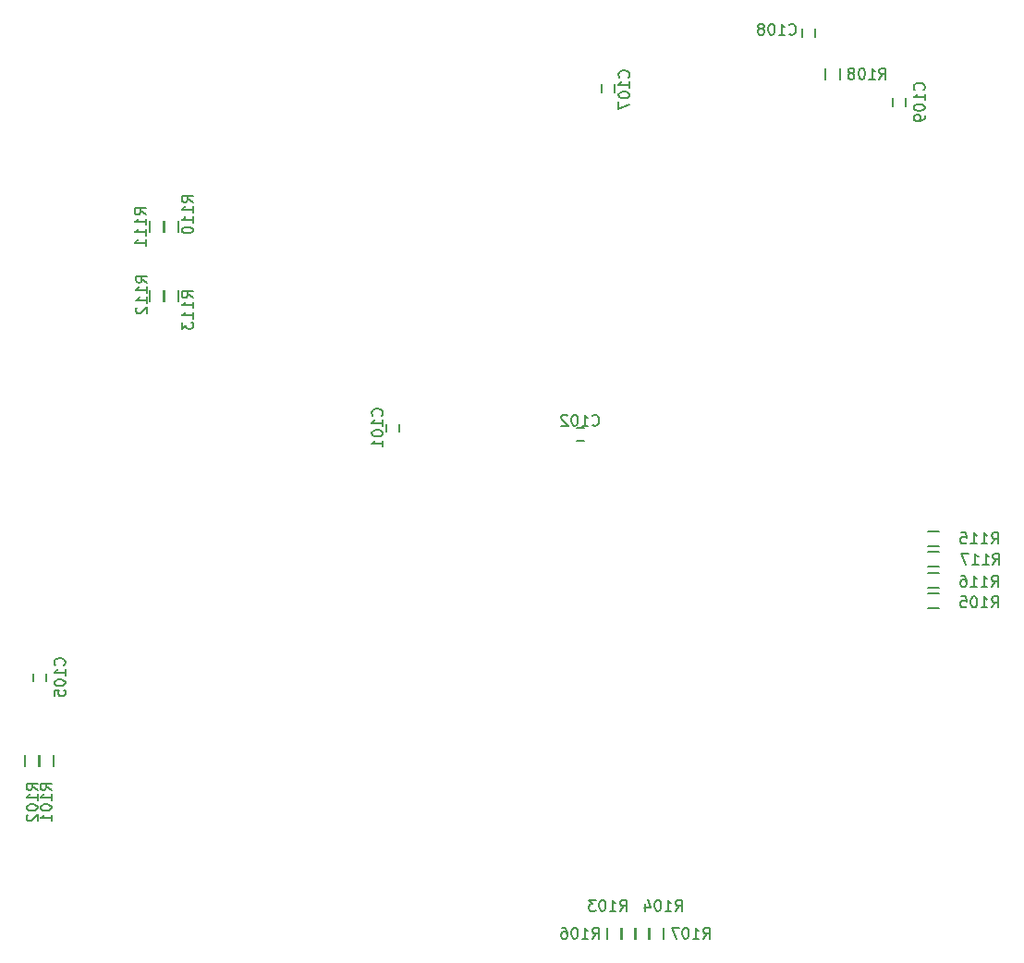
<source format=gbo>
G04 #@! TF.FileFunction,Legend,Bot*
%FSLAX46Y46*%
G04 Gerber Fmt 4.6, Leading zero omitted, Abs format (unit mm)*
G04 Created by KiCad (PCBNEW 4.0.2-stable) date 27-3-2016 11:05:44*
%MOMM*%
G01*
G04 APERTURE LIST*
%ADD10C,0.150000*%
G04 APERTURE END LIST*
D10*
X96485000Y-86710000D02*
X96485000Y-86010000D01*
X95285000Y-86010000D02*
X95285000Y-86710000D01*
X112680000Y-87595000D02*
X113380000Y-87595000D01*
X113380000Y-86395000D02*
X112680000Y-86395000D01*
X62900000Y-108870000D02*
X62900000Y-109570000D01*
X64100000Y-109570000D02*
X64100000Y-108870000D01*
X116170000Y-55595000D02*
X116170000Y-54895000D01*
X114970000Y-54895000D02*
X114970000Y-55595000D01*
X134585000Y-50515000D02*
X134585000Y-49815000D01*
X133385000Y-49815000D02*
X133385000Y-50515000D01*
X142840000Y-56865000D02*
X142840000Y-56165000D01*
X141640000Y-56165000D02*
X141640000Y-56865000D01*
X64810000Y-117340000D02*
X64810000Y-116340000D01*
X63460000Y-116340000D02*
X63460000Y-117340000D01*
X63540000Y-117340000D02*
X63540000Y-116340000D01*
X62190000Y-116340000D02*
X62190000Y-117340000D01*
X118150000Y-133215000D02*
X118150000Y-132215000D01*
X116800000Y-132215000D02*
X116800000Y-133215000D01*
X119420000Y-133215000D02*
X119420000Y-132215000D01*
X118070000Y-132215000D02*
X118070000Y-133215000D01*
X144915000Y-102910000D02*
X145915000Y-102910000D01*
X145915000Y-101560000D02*
X144915000Y-101560000D01*
X116880000Y-133215000D02*
X116880000Y-132215000D01*
X115530000Y-132215000D02*
X115530000Y-133215000D01*
X120690000Y-133215000D02*
X120690000Y-132215000D01*
X119340000Y-132215000D02*
X119340000Y-133215000D01*
X135469000Y-53475000D02*
X135469000Y-54475000D01*
X136819000Y-54475000D02*
X136819000Y-53475000D01*
X76240000Y-68445000D02*
X76240000Y-67445000D01*
X74890000Y-67445000D02*
X74890000Y-68445000D01*
X74970000Y-68445000D02*
X74970000Y-67445000D01*
X73620000Y-67445000D02*
X73620000Y-68445000D01*
X73620000Y-73795000D02*
X73620000Y-74795000D01*
X74970000Y-74795000D02*
X74970000Y-73795000D01*
X74890000Y-73795000D02*
X74890000Y-74795000D01*
X76240000Y-74795000D02*
X76240000Y-73795000D01*
X144915000Y-97195000D02*
X145915000Y-97195000D01*
X145915000Y-95845000D02*
X144915000Y-95845000D01*
X144915000Y-101005000D02*
X145915000Y-101005000D01*
X145915000Y-99655000D02*
X144915000Y-99655000D01*
X144915000Y-99100000D02*
X145915000Y-99100000D01*
X145915000Y-97750000D02*
X144915000Y-97750000D01*
X94845143Y-85240953D02*
X94892762Y-85193334D01*
X94940381Y-85050477D01*
X94940381Y-84955239D01*
X94892762Y-84812381D01*
X94797524Y-84717143D01*
X94702286Y-84669524D01*
X94511810Y-84621905D01*
X94368952Y-84621905D01*
X94178476Y-84669524D01*
X94083238Y-84717143D01*
X93988000Y-84812381D01*
X93940381Y-84955239D01*
X93940381Y-85050477D01*
X93988000Y-85193334D01*
X94035619Y-85240953D01*
X94940381Y-86193334D02*
X94940381Y-85621905D01*
X94940381Y-85907619D02*
X93940381Y-85907619D01*
X94083238Y-85812381D01*
X94178476Y-85717143D01*
X94226095Y-85621905D01*
X93940381Y-86812381D02*
X93940381Y-86907620D01*
X93988000Y-87002858D01*
X94035619Y-87050477D01*
X94130857Y-87098096D01*
X94321333Y-87145715D01*
X94559429Y-87145715D01*
X94749905Y-87098096D01*
X94845143Y-87050477D01*
X94892762Y-87002858D01*
X94940381Y-86907620D01*
X94940381Y-86812381D01*
X94892762Y-86717143D01*
X94845143Y-86669524D01*
X94749905Y-86621905D01*
X94559429Y-86574286D01*
X94321333Y-86574286D01*
X94130857Y-86621905D01*
X94035619Y-86669524D01*
X93988000Y-86717143D01*
X93940381Y-86812381D01*
X94940381Y-88098096D02*
X94940381Y-87526667D01*
X94940381Y-87812381D02*
X93940381Y-87812381D01*
X94083238Y-87717143D01*
X94178476Y-87621905D01*
X94226095Y-87526667D01*
X114149047Y-86082143D02*
X114196666Y-86129762D01*
X114339523Y-86177381D01*
X114434761Y-86177381D01*
X114577619Y-86129762D01*
X114672857Y-86034524D01*
X114720476Y-85939286D01*
X114768095Y-85748810D01*
X114768095Y-85605952D01*
X114720476Y-85415476D01*
X114672857Y-85320238D01*
X114577619Y-85225000D01*
X114434761Y-85177381D01*
X114339523Y-85177381D01*
X114196666Y-85225000D01*
X114149047Y-85272619D01*
X113196666Y-86177381D02*
X113768095Y-86177381D01*
X113482381Y-86177381D02*
X113482381Y-85177381D01*
X113577619Y-85320238D01*
X113672857Y-85415476D01*
X113768095Y-85463095D01*
X112577619Y-85177381D02*
X112482380Y-85177381D01*
X112387142Y-85225000D01*
X112339523Y-85272619D01*
X112291904Y-85367857D01*
X112244285Y-85558333D01*
X112244285Y-85796429D01*
X112291904Y-85986905D01*
X112339523Y-86082143D01*
X112387142Y-86129762D01*
X112482380Y-86177381D01*
X112577619Y-86177381D01*
X112672857Y-86129762D01*
X112720476Y-86082143D01*
X112768095Y-85986905D01*
X112815714Y-85796429D01*
X112815714Y-85558333D01*
X112768095Y-85367857D01*
X112720476Y-85272619D01*
X112672857Y-85225000D01*
X112577619Y-85177381D01*
X111863333Y-85272619D02*
X111815714Y-85225000D01*
X111720476Y-85177381D01*
X111482380Y-85177381D01*
X111387142Y-85225000D01*
X111339523Y-85272619D01*
X111291904Y-85367857D01*
X111291904Y-85463095D01*
X111339523Y-85605952D01*
X111910952Y-86177381D01*
X111291904Y-86177381D01*
X65762143Y-108100953D02*
X65809762Y-108053334D01*
X65857381Y-107910477D01*
X65857381Y-107815239D01*
X65809762Y-107672381D01*
X65714524Y-107577143D01*
X65619286Y-107529524D01*
X65428810Y-107481905D01*
X65285952Y-107481905D01*
X65095476Y-107529524D01*
X65000238Y-107577143D01*
X64905000Y-107672381D01*
X64857381Y-107815239D01*
X64857381Y-107910477D01*
X64905000Y-108053334D01*
X64952619Y-108100953D01*
X65857381Y-109053334D02*
X65857381Y-108481905D01*
X65857381Y-108767619D02*
X64857381Y-108767619D01*
X65000238Y-108672381D01*
X65095476Y-108577143D01*
X65143095Y-108481905D01*
X64857381Y-109672381D02*
X64857381Y-109767620D01*
X64905000Y-109862858D01*
X64952619Y-109910477D01*
X65047857Y-109958096D01*
X65238333Y-110005715D01*
X65476429Y-110005715D01*
X65666905Y-109958096D01*
X65762143Y-109910477D01*
X65809762Y-109862858D01*
X65857381Y-109767620D01*
X65857381Y-109672381D01*
X65809762Y-109577143D01*
X65762143Y-109529524D01*
X65666905Y-109481905D01*
X65476429Y-109434286D01*
X65238333Y-109434286D01*
X65047857Y-109481905D01*
X64952619Y-109529524D01*
X64905000Y-109577143D01*
X64857381Y-109672381D01*
X64857381Y-110910477D02*
X64857381Y-110434286D01*
X65333571Y-110386667D01*
X65285952Y-110434286D01*
X65238333Y-110529524D01*
X65238333Y-110767620D01*
X65285952Y-110862858D01*
X65333571Y-110910477D01*
X65428810Y-110958096D01*
X65666905Y-110958096D01*
X65762143Y-110910477D01*
X65809762Y-110862858D01*
X65857381Y-110767620D01*
X65857381Y-110529524D01*
X65809762Y-110434286D01*
X65762143Y-110386667D01*
X117451143Y-54252953D02*
X117498762Y-54205334D01*
X117546381Y-54062477D01*
X117546381Y-53967239D01*
X117498762Y-53824381D01*
X117403524Y-53729143D01*
X117308286Y-53681524D01*
X117117810Y-53633905D01*
X116974952Y-53633905D01*
X116784476Y-53681524D01*
X116689238Y-53729143D01*
X116594000Y-53824381D01*
X116546381Y-53967239D01*
X116546381Y-54062477D01*
X116594000Y-54205334D01*
X116641619Y-54252953D01*
X117546381Y-55205334D02*
X117546381Y-54633905D01*
X117546381Y-54919619D02*
X116546381Y-54919619D01*
X116689238Y-54824381D01*
X116784476Y-54729143D01*
X116832095Y-54633905D01*
X116546381Y-55824381D02*
X116546381Y-55919620D01*
X116594000Y-56014858D01*
X116641619Y-56062477D01*
X116736857Y-56110096D01*
X116927333Y-56157715D01*
X117165429Y-56157715D01*
X117355905Y-56110096D01*
X117451143Y-56062477D01*
X117498762Y-56014858D01*
X117546381Y-55919620D01*
X117546381Y-55824381D01*
X117498762Y-55729143D01*
X117451143Y-55681524D01*
X117355905Y-55633905D01*
X117165429Y-55586286D01*
X116927333Y-55586286D01*
X116736857Y-55633905D01*
X116641619Y-55681524D01*
X116594000Y-55729143D01*
X116546381Y-55824381D01*
X116546381Y-56491048D02*
X116546381Y-57157715D01*
X117546381Y-56729143D01*
X132183047Y-50268143D02*
X132230666Y-50315762D01*
X132373523Y-50363381D01*
X132468761Y-50363381D01*
X132611619Y-50315762D01*
X132706857Y-50220524D01*
X132754476Y-50125286D01*
X132802095Y-49934810D01*
X132802095Y-49791952D01*
X132754476Y-49601476D01*
X132706857Y-49506238D01*
X132611619Y-49411000D01*
X132468761Y-49363381D01*
X132373523Y-49363381D01*
X132230666Y-49411000D01*
X132183047Y-49458619D01*
X131230666Y-50363381D02*
X131802095Y-50363381D01*
X131516381Y-50363381D02*
X131516381Y-49363381D01*
X131611619Y-49506238D01*
X131706857Y-49601476D01*
X131802095Y-49649095D01*
X130611619Y-49363381D02*
X130516380Y-49363381D01*
X130421142Y-49411000D01*
X130373523Y-49458619D01*
X130325904Y-49553857D01*
X130278285Y-49744333D01*
X130278285Y-49982429D01*
X130325904Y-50172905D01*
X130373523Y-50268143D01*
X130421142Y-50315762D01*
X130516380Y-50363381D01*
X130611619Y-50363381D01*
X130706857Y-50315762D01*
X130754476Y-50268143D01*
X130802095Y-50172905D01*
X130849714Y-49982429D01*
X130849714Y-49744333D01*
X130802095Y-49553857D01*
X130754476Y-49458619D01*
X130706857Y-49411000D01*
X130611619Y-49363381D01*
X129706857Y-49791952D02*
X129802095Y-49744333D01*
X129849714Y-49696714D01*
X129897333Y-49601476D01*
X129897333Y-49553857D01*
X129849714Y-49458619D01*
X129802095Y-49411000D01*
X129706857Y-49363381D01*
X129516380Y-49363381D01*
X129421142Y-49411000D01*
X129373523Y-49458619D01*
X129325904Y-49553857D01*
X129325904Y-49601476D01*
X129373523Y-49696714D01*
X129421142Y-49744333D01*
X129516380Y-49791952D01*
X129706857Y-49791952D01*
X129802095Y-49839571D01*
X129849714Y-49887190D01*
X129897333Y-49982429D01*
X129897333Y-50172905D01*
X129849714Y-50268143D01*
X129802095Y-50315762D01*
X129706857Y-50363381D01*
X129516380Y-50363381D01*
X129421142Y-50315762D01*
X129373523Y-50268143D01*
X129325904Y-50172905D01*
X129325904Y-49982429D01*
X129373523Y-49887190D01*
X129421142Y-49839571D01*
X129516380Y-49791952D01*
X144497143Y-55395953D02*
X144544762Y-55348334D01*
X144592381Y-55205477D01*
X144592381Y-55110239D01*
X144544762Y-54967381D01*
X144449524Y-54872143D01*
X144354286Y-54824524D01*
X144163810Y-54776905D01*
X144020952Y-54776905D01*
X143830476Y-54824524D01*
X143735238Y-54872143D01*
X143640000Y-54967381D01*
X143592381Y-55110239D01*
X143592381Y-55205477D01*
X143640000Y-55348334D01*
X143687619Y-55395953D01*
X144592381Y-56348334D02*
X144592381Y-55776905D01*
X144592381Y-56062619D02*
X143592381Y-56062619D01*
X143735238Y-55967381D01*
X143830476Y-55872143D01*
X143878095Y-55776905D01*
X143592381Y-56967381D02*
X143592381Y-57062620D01*
X143640000Y-57157858D01*
X143687619Y-57205477D01*
X143782857Y-57253096D01*
X143973333Y-57300715D01*
X144211429Y-57300715D01*
X144401905Y-57253096D01*
X144497143Y-57205477D01*
X144544762Y-57157858D01*
X144592381Y-57062620D01*
X144592381Y-56967381D01*
X144544762Y-56872143D01*
X144497143Y-56824524D01*
X144401905Y-56776905D01*
X144211429Y-56729286D01*
X143973333Y-56729286D01*
X143782857Y-56776905D01*
X143687619Y-56824524D01*
X143640000Y-56872143D01*
X143592381Y-56967381D01*
X144592381Y-57776905D02*
X144592381Y-57967381D01*
X144544762Y-58062620D01*
X144497143Y-58110239D01*
X144354286Y-58205477D01*
X144163810Y-58253096D01*
X143782857Y-58253096D01*
X143687619Y-58205477D01*
X143640000Y-58157858D01*
X143592381Y-58062620D01*
X143592381Y-57872143D01*
X143640000Y-57776905D01*
X143687619Y-57729286D01*
X143782857Y-57681667D01*
X144020952Y-57681667D01*
X144116190Y-57729286D01*
X144163810Y-57776905D01*
X144211429Y-57872143D01*
X144211429Y-58062620D01*
X144163810Y-58157858D01*
X144116190Y-58205477D01*
X144020952Y-58253096D01*
X64587381Y-119530953D02*
X64111190Y-119197619D01*
X64587381Y-118959524D02*
X63587381Y-118959524D01*
X63587381Y-119340477D01*
X63635000Y-119435715D01*
X63682619Y-119483334D01*
X63777857Y-119530953D01*
X63920714Y-119530953D01*
X64015952Y-119483334D01*
X64063571Y-119435715D01*
X64111190Y-119340477D01*
X64111190Y-118959524D01*
X64587381Y-120483334D02*
X64587381Y-119911905D01*
X64587381Y-120197619D02*
X63587381Y-120197619D01*
X63730238Y-120102381D01*
X63825476Y-120007143D01*
X63873095Y-119911905D01*
X63587381Y-121102381D02*
X63587381Y-121197620D01*
X63635000Y-121292858D01*
X63682619Y-121340477D01*
X63777857Y-121388096D01*
X63968333Y-121435715D01*
X64206429Y-121435715D01*
X64396905Y-121388096D01*
X64492143Y-121340477D01*
X64539762Y-121292858D01*
X64587381Y-121197620D01*
X64587381Y-121102381D01*
X64539762Y-121007143D01*
X64492143Y-120959524D01*
X64396905Y-120911905D01*
X64206429Y-120864286D01*
X63968333Y-120864286D01*
X63777857Y-120911905D01*
X63682619Y-120959524D01*
X63635000Y-121007143D01*
X63587381Y-121102381D01*
X64587381Y-122388096D02*
X64587381Y-121816667D01*
X64587381Y-122102381D02*
X63587381Y-122102381D01*
X63730238Y-122007143D01*
X63825476Y-121911905D01*
X63873095Y-121816667D01*
X63317381Y-119530953D02*
X62841190Y-119197619D01*
X63317381Y-118959524D02*
X62317381Y-118959524D01*
X62317381Y-119340477D01*
X62365000Y-119435715D01*
X62412619Y-119483334D01*
X62507857Y-119530953D01*
X62650714Y-119530953D01*
X62745952Y-119483334D01*
X62793571Y-119435715D01*
X62841190Y-119340477D01*
X62841190Y-118959524D01*
X63317381Y-120483334D02*
X63317381Y-119911905D01*
X63317381Y-120197619D02*
X62317381Y-120197619D01*
X62460238Y-120102381D01*
X62555476Y-120007143D01*
X62603095Y-119911905D01*
X62317381Y-121102381D02*
X62317381Y-121197620D01*
X62365000Y-121292858D01*
X62412619Y-121340477D01*
X62507857Y-121388096D01*
X62698333Y-121435715D01*
X62936429Y-121435715D01*
X63126905Y-121388096D01*
X63222143Y-121340477D01*
X63269762Y-121292858D01*
X63317381Y-121197620D01*
X63317381Y-121102381D01*
X63269762Y-121007143D01*
X63222143Y-120959524D01*
X63126905Y-120911905D01*
X62936429Y-120864286D01*
X62698333Y-120864286D01*
X62507857Y-120911905D01*
X62412619Y-120959524D01*
X62365000Y-121007143D01*
X62317381Y-121102381D01*
X62412619Y-121816667D02*
X62365000Y-121864286D01*
X62317381Y-121959524D01*
X62317381Y-122197620D01*
X62365000Y-122292858D01*
X62412619Y-122340477D01*
X62507857Y-122388096D01*
X62603095Y-122388096D01*
X62745952Y-122340477D01*
X63317381Y-121769048D01*
X63317381Y-122388096D01*
X116689047Y-130627381D02*
X117022381Y-130151190D01*
X117260476Y-130627381D02*
X117260476Y-129627381D01*
X116879523Y-129627381D01*
X116784285Y-129675000D01*
X116736666Y-129722619D01*
X116689047Y-129817857D01*
X116689047Y-129960714D01*
X116736666Y-130055952D01*
X116784285Y-130103571D01*
X116879523Y-130151190D01*
X117260476Y-130151190D01*
X115736666Y-130627381D02*
X116308095Y-130627381D01*
X116022381Y-130627381D02*
X116022381Y-129627381D01*
X116117619Y-129770238D01*
X116212857Y-129865476D01*
X116308095Y-129913095D01*
X115117619Y-129627381D02*
X115022380Y-129627381D01*
X114927142Y-129675000D01*
X114879523Y-129722619D01*
X114831904Y-129817857D01*
X114784285Y-130008333D01*
X114784285Y-130246429D01*
X114831904Y-130436905D01*
X114879523Y-130532143D01*
X114927142Y-130579762D01*
X115022380Y-130627381D01*
X115117619Y-130627381D01*
X115212857Y-130579762D01*
X115260476Y-130532143D01*
X115308095Y-130436905D01*
X115355714Y-130246429D01*
X115355714Y-130008333D01*
X115308095Y-129817857D01*
X115260476Y-129722619D01*
X115212857Y-129675000D01*
X115117619Y-129627381D01*
X114450952Y-129627381D02*
X113831904Y-129627381D01*
X114165238Y-130008333D01*
X114022380Y-130008333D01*
X113927142Y-130055952D01*
X113879523Y-130103571D01*
X113831904Y-130198810D01*
X113831904Y-130436905D01*
X113879523Y-130532143D01*
X113927142Y-130579762D01*
X114022380Y-130627381D01*
X114308095Y-130627381D01*
X114403333Y-130579762D01*
X114450952Y-130532143D01*
X121769047Y-130627381D02*
X122102381Y-130151190D01*
X122340476Y-130627381D02*
X122340476Y-129627381D01*
X121959523Y-129627381D01*
X121864285Y-129675000D01*
X121816666Y-129722619D01*
X121769047Y-129817857D01*
X121769047Y-129960714D01*
X121816666Y-130055952D01*
X121864285Y-130103571D01*
X121959523Y-130151190D01*
X122340476Y-130151190D01*
X120816666Y-130627381D02*
X121388095Y-130627381D01*
X121102381Y-130627381D02*
X121102381Y-129627381D01*
X121197619Y-129770238D01*
X121292857Y-129865476D01*
X121388095Y-129913095D01*
X120197619Y-129627381D02*
X120102380Y-129627381D01*
X120007142Y-129675000D01*
X119959523Y-129722619D01*
X119911904Y-129817857D01*
X119864285Y-130008333D01*
X119864285Y-130246429D01*
X119911904Y-130436905D01*
X119959523Y-130532143D01*
X120007142Y-130579762D01*
X120102380Y-130627381D01*
X120197619Y-130627381D01*
X120292857Y-130579762D01*
X120340476Y-130532143D01*
X120388095Y-130436905D01*
X120435714Y-130246429D01*
X120435714Y-130008333D01*
X120388095Y-129817857D01*
X120340476Y-129722619D01*
X120292857Y-129675000D01*
X120197619Y-129627381D01*
X119007142Y-129960714D02*
X119007142Y-130627381D01*
X119245238Y-129579762D02*
X119483333Y-130294048D01*
X118864285Y-130294048D01*
X150725047Y-102814381D02*
X151058381Y-102338190D01*
X151296476Y-102814381D02*
X151296476Y-101814381D01*
X150915523Y-101814381D01*
X150820285Y-101862000D01*
X150772666Y-101909619D01*
X150725047Y-102004857D01*
X150725047Y-102147714D01*
X150772666Y-102242952D01*
X150820285Y-102290571D01*
X150915523Y-102338190D01*
X151296476Y-102338190D01*
X149772666Y-102814381D02*
X150344095Y-102814381D01*
X150058381Y-102814381D02*
X150058381Y-101814381D01*
X150153619Y-101957238D01*
X150248857Y-102052476D01*
X150344095Y-102100095D01*
X149153619Y-101814381D02*
X149058380Y-101814381D01*
X148963142Y-101862000D01*
X148915523Y-101909619D01*
X148867904Y-102004857D01*
X148820285Y-102195333D01*
X148820285Y-102433429D01*
X148867904Y-102623905D01*
X148915523Y-102719143D01*
X148963142Y-102766762D01*
X149058380Y-102814381D01*
X149153619Y-102814381D01*
X149248857Y-102766762D01*
X149296476Y-102719143D01*
X149344095Y-102623905D01*
X149391714Y-102433429D01*
X149391714Y-102195333D01*
X149344095Y-102004857D01*
X149296476Y-101909619D01*
X149248857Y-101862000D01*
X149153619Y-101814381D01*
X147915523Y-101814381D02*
X148391714Y-101814381D01*
X148439333Y-102290571D01*
X148391714Y-102242952D01*
X148296476Y-102195333D01*
X148058380Y-102195333D01*
X147963142Y-102242952D01*
X147915523Y-102290571D01*
X147867904Y-102385810D01*
X147867904Y-102623905D01*
X147915523Y-102719143D01*
X147963142Y-102766762D01*
X148058380Y-102814381D01*
X148296476Y-102814381D01*
X148391714Y-102766762D01*
X148439333Y-102719143D01*
X114149047Y-133167381D02*
X114482381Y-132691190D01*
X114720476Y-133167381D02*
X114720476Y-132167381D01*
X114339523Y-132167381D01*
X114244285Y-132215000D01*
X114196666Y-132262619D01*
X114149047Y-132357857D01*
X114149047Y-132500714D01*
X114196666Y-132595952D01*
X114244285Y-132643571D01*
X114339523Y-132691190D01*
X114720476Y-132691190D01*
X113196666Y-133167381D02*
X113768095Y-133167381D01*
X113482381Y-133167381D02*
X113482381Y-132167381D01*
X113577619Y-132310238D01*
X113672857Y-132405476D01*
X113768095Y-132453095D01*
X112577619Y-132167381D02*
X112482380Y-132167381D01*
X112387142Y-132215000D01*
X112339523Y-132262619D01*
X112291904Y-132357857D01*
X112244285Y-132548333D01*
X112244285Y-132786429D01*
X112291904Y-132976905D01*
X112339523Y-133072143D01*
X112387142Y-133119762D01*
X112482380Y-133167381D01*
X112577619Y-133167381D01*
X112672857Y-133119762D01*
X112720476Y-133072143D01*
X112768095Y-132976905D01*
X112815714Y-132786429D01*
X112815714Y-132548333D01*
X112768095Y-132357857D01*
X112720476Y-132262619D01*
X112672857Y-132215000D01*
X112577619Y-132167381D01*
X111387142Y-132167381D02*
X111577619Y-132167381D01*
X111672857Y-132215000D01*
X111720476Y-132262619D01*
X111815714Y-132405476D01*
X111863333Y-132595952D01*
X111863333Y-132976905D01*
X111815714Y-133072143D01*
X111768095Y-133119762D01*
X111672857Y-133167381D01*
X111482380Y-133167381D01*
X111387142Y-133119762D01*
X111339523Y-133072143D01*
X111291904Y-132976905D01*
X111291904Y-132738810D01*
X111339523Y-132643571D01*
X111387142Y-132595952D01*
X111482380Y-132548333D01*
X111672857Y-132548333D01*
X111768095Y-132595952D01*
X111815714Y-132643571D01*
X111863333Y-132738810D01*
X124309047Y-133167381D02*
X124642381Y-132691190D01*
X124880476Y-133167381D02*
X124880476Y-132167381D01*
X124499523Y-132167381D01*
X124404285Y-132215000D01*
X124356666Y-132262619D01*
X124309047Y-132357857D01*
X124309047Y-132500714D01*
X124356666Y-132595952D01*
X124404285Y-132643571D01*
X124499523Y-132691190D01*
X124880476Y-132691190D01*
X123356666Y-133167381D02*
X123928095Y-133167381D01*
X123642381Y-133167381D02*
X123642381Y-132167381D01*
X123737619Y-132310238D01*
X123832857Y-132405476D01*
X123928095Y-132453095D01*
X122737619Y-132167381D02*
X122642380Y-132167381D01*
X122547142Y-132215000D01*
X122499523Y-132262619D01*
X122451904Y-132357857D01*
X122404285Y-132548333D01*
X122404285Y-132786429D01*
X122451904Y-132976905D01*
X122499523Y-133072143D01*
X122547142Y-133119762D01*
X122642380Y-133167381D01*
X122737619Y-133167381D01*
X122832857Y-133119762D01*
X122880476Y-133072143D01*
X122928095Y-132976905D01*
X122975714Y-132786429D01*
X122975714Y-132548333D01*
X122928095Y-132357857D01*
X122880476Y-132262619D01*
X122832857Y-132215000D01*
X122737619Y-132167381D01*
X122070952Y-132167381D02*
X121404285Y-132167381D01*
X121832857Y-133167381D01*
X140438047Y-54427381D02*
X140771381Y-53951190D01*
X141009476Y-54427381D02*
X141009476Y-53427381D01*
X140628523Y-53427381D01*
X140533285Y-53475000D01*
X140485666Y-53522619D01*
X140438047Y-53617857D01*
X140438047Y-53760714D01*
X140485666Y-53855952D01*
X140533285Y-53903571D01*
X140628523Y-53951190D01*
X141009476Y-53951190D01*
X139485666Y-54427381D02*
X140057095Y-54427381D01*
X139771381Y-54427381D02*
X139771381Y-53427381D01*
X139866619Y-53570238D01*
X139961857Y-53665476D01*
X140057095Y-53713095D01*
X138866619Y-53427381D02*
X138771380Y-53427381D01*
X138676142Y-53475000D01*
X138628523Y-53522619D01*
X138580904Y-53617857D01*
X138533285Y-53808333D01*
X138533285Y-54046429D01*
X138580904Y-54236905D01*
X138628523Y-54332143D01*
X138676142Y-54379762D01*
X138771380Y-54427381D01*
X138866619Y-54427381D01*
X138961857Y-54379762D01*
X139009476Y-54332143D01*
X139057095Y-54236905D01*
X139104714Y-54046429D01*
X139104714Y-53808333D01*
X139057095Y-53617857D01*
X139009476Y-53522619D01*
X138961857Y-53475000D01*
X138866619Y-53427381D01*
X137961857Y-53855952D02*
X138057095Y-53808333D01*
X138104714Y-53760714D01*
X138152333Y-53665476D01*
X138152333Y-53617857D01*
X138104714Y-53522619D01*
X138057095Y-53475000D01*
X137961857Y-53427381D01*
X137771380Y-53427381D01*
X137676142Y-53475000D01*
X137628523Y-53522619D01*
X137580904Y-53617857D01*
X137580904Y-53665476D01*
X137628523Y-53760714D01*
X137676142Y-53808333D01*
X137771380Y-53855952D01*
X137961857Y-53855952D01*
X138057095Y-53903571D01*
X138104714Y-53951190D01*
X138152333Y-54046429D01*
X138152333Y-54236905D01*
X138104714Y-54332143D01*
X138057095Y-54379762D01*
X137961857Y-54427381D01*
X137771380Y-54427381D01*
X137676142Y-54379762D01*
X137628523Y-54332143D01*
X137580904Y-54236905D01*
X137580904Y-54046429D01*
X137628523Y-53951190D01*
X137676142Y-53903571D01*
X137771380Y-53855952D01*
X77541381Y-65682953D02*
X77065190Y-65349619D01*
X77541381Y-65111524D02*
X76541381Y-65111524D01*
X76541381Y-65492477D01*
X76589000Y-65587715D01*
X76636619Y-65635334D01*
X76731857Y-65682953D01*
X76874714Y-65682953D01*
X76969952Y-65635334D01*
X77017571Y-65587715D01*
X77065190Y-65492477D01*
X77065190Y-65111524D01*
X77541381Y-66635334D02*
X77541381Y-66063905D01*
X77541381Y-66349619D02*
X76541381Y-66349619D01*
X76684238Y-66254381D01*
X76779476Y-66159143D01*
X76827095Y-66063905D01*
X77541381Y-67587715D02*
X77541381Y-67016286D01*
X77541381Y-67302000D02*
X76541381Y-67302000D01*
X76684238Y-67206762D01*
X76779476Y-67111524D01*
X76827095Y-67016286D01*
X76541381Y-68206762D02*
X76541381Y-68302001D01*
X76589000Y-68397239D01*
X76636619Y-68444858D01*
X76731857Y-68492477D01*
X76922333Y-68540096D01*
X77160429Y-68540096D01*
X77350905Y-68492477D01*
X77446143Y-68444858D01*
X77493762Y-68397239D01*
X77541381Y-68302001D01*
X77541381Y-68206762D01*
X77493762Y-68111524D01*
X77446143Y-68063905D01*
X77350905Y-68016286D01*
X77160429Y-67968667D01*
X76922333Y-67968667D01*
X76731857Y-68016286D01*
X76636619Y-68063905D01*
X76589000Y-68111524D01*
X76541381Y-68206762D01*
X73223381Y-66825953D02*
X72747190Y-66492619D01*
X73223381Y-66254524D02*
X72223381Y-66254524D01*
X72223381Y-66635477D01*
X72271000Y-66730715D01*
X72318619Y-66778334D01*
X72413857Y-66825953D01*
X72556714Y-66825953D01*
X72651952Y-66778334D01*
X72699571Y-66730715D01*
X72747190Y-66635477D01*
X72747190Y-66254524D01*
X73223381Y-67778334D02*
X73223381Y-67206905D01*
X73223381Y-67492619D02*
X72223381Y-67492619D01*
X72366238Y-67397381D01*
X72461476Y-67302143D01*
X72509095Y-67206905D01*
X73223381Y-68730715D02*
X73223381Y-68159286D01*
X73223381Y-68445000D02*
X72223381Y-68445000D01*
X72366238Y-68349762D01*
X72461476Y-68254524D01*
X72509095Y-68159286D01*
X73223381Y-69683096D02*
X73223381Y-69111667D01*
X73223381Y-69397381D02*
X72223381Y-69397381D01*
X72366238Y-69302143D01*
X72461476Y-69206905D01*
X72509095Y-69111667D01*
X73350381Y-73048953D02*
X72874190Y-72715619D01*
X73350381Y-72477524D02*
X72350381Y-72477524D01*
X72350381Y-72858477D01*
X72398000Y-72953715D01*
X72445619Y-73001334D01*
X72540857Y-73048953D01*
X72683714Y-73048953D01*
X72778952Y-73001334D01*
X72826571Y-72953715D01*
X72874190Y-72858477D01*
X72874190Y-72477524D01*
X73350381Y-74001334D02*
X73350381Y-73429905D01*
X73350381Y-73715619D02*
X72350381Y-73715619D01*
X72493238Y-73620381D01*
X72588476Y-73525143D01*
X72636095Y-73429905D01*
X73350381Y-74953715D02*
X73350381Y-74382286D01*
X73350381Y-74668000D02*
X72350381Y-74668000D01*
X72493238Y-74572762D01*
X72588476Y-74477524D01*
X72636095Y-74382286D01*
X72445619Y-75334667D02*
X72398000Y-75382286D01*
X72350381Y-75477524D01*
X72350381Y-75715620D01*
X72398000Y-75810858D01*
X72445619Y-75858477D01*
X72540857Y-75906096D01*
X72636095Y-75906096D01*
X72778952Y-75858477D01*
X73350381Y-75287048D01*
X73350381Y-75906096D01*
X77541381Y-74445953D02*
X77065190Y-74112619D01*
X77541381Y-73874524D02*
X76541381Y-73874524D01*
X76541381Y-74255477D01*
X76589000Y-74350715D01*
X76636619Y-74398334D01*
X76731857Y-74445953D01*
X76874714Y-74445953D01*
X76969952Y-74398334D01*
X77017571Y-74350715D01*
X77065190Y-74255477D01*
X77065190Y-73874524D01*
X77541381Y-75398334D02*
X77541381Y-74826905D01*
X77541381Y-75112619D02*
X76541381Y-75112619D01*
X76684238Y-75017381D01*
X76779476Y-74922143D01*
X76827095Y-74826905D01*
X77541381Y-76350715D02*
X77541381Y-75779286D01*
X77541381Y-76065000D02*
X76541381Y-76065000D01*
X76684238Y-75969762D01*
X76779476Y-75874524D01*
X76827095Y-75779286D01*
X76541381Y-76684048D02*
X76541381Y-77303096D01*
X76922333Y-76969762D01*
X76922333Y-77112620D01*
X76969952Y-77207858D01*
X77017571Y-77255477D01*
X77112810Y-77303096D01*
X77350905Y-77303096D01*
X77446143Y-77255477D01*
X77493762Y-77207858D01*
X77541381Y-77112620D01*
X77541381Y-76826905D01*
X77493762Y-76731667D01*
X77446143Y-76684048D01*
X150725047Y-96972381D02*
X151058381Y-96496190D01*
X151296476Y-96972381D02*
X151296476Y-95972381D01*
X150915523Y-95972381D01*
X150820285Y-96020000D01*
X150772666Y-96067619D01*
X150725047Y-96162857D01*
X150725047Y-96305714D01*
X150772666Y-96400952D01*
X150820285Y-96448571D01*
X150915523Y-96496190D01*
X151296476Y-96496190D01*
X149772666Y-96972381D02*
X150344095Y-96972381D01*
X150058381Y-96972381D02*
X150058381Y-95972381D01*
X150153619Y-96115238D01*
X150248857Y-96210476D01*
X150344095Y-96258095D01*
X148820285Y-96972381D02*
X149391714Y-96972381D01*
X149106000Y-96972381D02*
X149106000Y-95972381D01*
X149201238Y-96115238D01*
X149296476Y-96210476D01*
X149391714Y-96258095D01*
X147915523Y-95972381D02*
X148391714Y-95972381D01*
X148439333Y-96448571D01*
X148391714Y-96400952D01*
X148296476Y-96353333D01*
X148058380Y-96353333D01*
X147963142Y-96400952D01*
X147915523Y-96448571D01*
X147867904Y-96543810D01*
X147867904Y-96781905D01*
X147915523Y-96877143D01*
X147963142Y-96924762D01*
X148058380Y-96972381D01*
X148296476Y-96972381D01*
X148391714Y-96924762D01*
X148439333Y-96877143D01*
X150725047Y-100909381D02*
X151058381Y-100433190D01*
X151296476Y-100909381D02*
X151296476Y-99909381D01*
X150915523Y-99909381D01*
X150820285Y-99957000D01*
X150772666Y-100004619D01*
X150725047Y-100099857D01*
X150725047Y-100242714D01*
X150772666Y-100337952D01*
X150820285Y-100385571D01*
X150915523Y-100433190D01*
X151296476Y-100433190D01*
X149772666Y-100909381D02*
X150344095Y-100909381D01*
X150058381Y-100909381D02*
X150058381Y-99909381D01*
X150153619Y-100052238D01*
X150248857Y-100147476D01*
X150344095Y-100195095D01*
X148820285Y-100909381D02*
X149391714Y-100909381D01*
X149106000Y-100909381D02*
X149106000Y-99909381D01*
X149201238Y-100052238D01*
X149296476Y-100147476D01*
X149391714Y-100195095D01*
X147963142Y-99909381D02*
X148153619Y-99909381D01*
X148248857Y-99957000D01*
X148296476Y-100004619D01*
X148391714Y-100147476D01*
X148439333Y-100337952D01*
X148439333Y-100718905D01*
X148391714Y-100814143D01*
X148344095Y-100861762D01*
X148248857Y-100909381D01*
X148058380Y-100909381D01*
X147963142Y-100861762D01*
X147915523Y-100814143D01*
X147867904Y-100718905D01*
X147867904Y-100480810D01*
X147915523Y-100385571D01*
X147963142Y-100337952D01*
X148058380Y-100290333D01*
X148248857Y-100290333D01*
X148344095Y-100337952D01*
X148391714Y-100385571D01*
X148439333Y-100480810D01*
X150852047Y-98877381D02*
X151185381Y-98401190D01*
X151423476Y-98877381D02*
X151423476Y-97877381D01*
X151042523Y-97877381D01*
X150947285Y-97925000D01*
X150899666Y-97972619D01*
X150852047Y-98067857D01*
X150852047Y-98210714D01*
X150899666Y-98305952D01*
X150947285Y-98353571D01*
X151042523Y-98401190D01*
X151423476Y-98401190D01*
X149899666Y-98877381D02*
X150471095Y-98877381D01*
X150185381Y-98877381D02*
X150185381Y-97877381D01*
X150280619Y-98020238D01*
X150375857Y-98115476D01*
X150471095Y-98163095D01*
X148947285Y-98877381D02*
X149518714Y-98877381D01*
X149233000Y-98877381D02*
X149233000Y-97877381D01*
X149328238Y-98020238D01*
X149423476Y-98115476D01*
X149518714Y-98163095D01*
X148613952Y-97877381D02*
X147947285Y-97877381D01*
X148375857Y-98877381D01*
M02*

</source>
